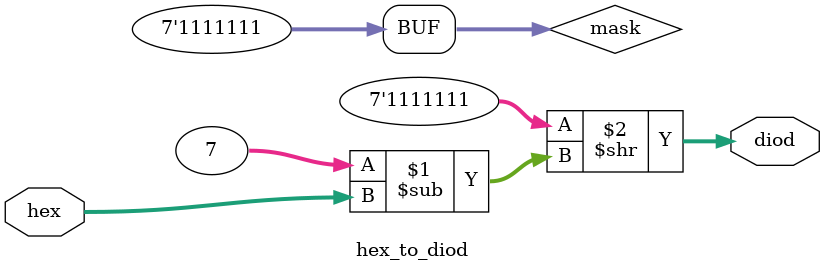
<source format=v>
module hex_to_diod (
	input  wire [2:0] hex,

	output wire [6:0] diod
);

wire [6:0] mask;

assign mask = 7'b111_1111;

assign diod = mask >> (7 - hex);

endmodule

</source>
